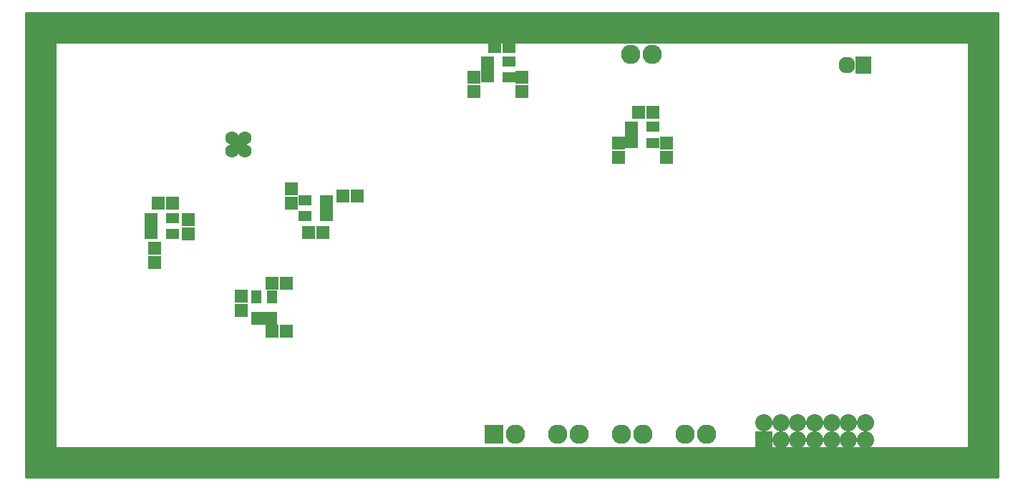
<source format=gbs>
G04 (created by PCBNEW-RS274X (2010-02-09)-RC2) date 30.03.2010 12:29:41*
G01*
G70*
G90*
%MOIN*%
G04 Gerber Fmt 3.4, Leading zero omitted, Abs format*
%FSLAX34Y34*%
G04 APERTURE LIST*
%ADD10C,0.005000*%
%ADD11C,0.007900*%
%ADD12R,0.063300X0.059300*%
%ADD13R,0.080000X0.080000*%
%ADD14C,0.080000*%
%ADD15O,0.080000X0.080000*%
%ADD16R,0.077100X0.079100*%
%ADD17C,0.077100*%
%ADD18C,0.063300*%
%ADD19C,0.090000*%
%ADD20R,0.090000X0.090000*%
%ADD21R,0.060000X0.045000*%
%ADD22R,0.045000X0.060000*%
%ADD23R,0.059300X0.063300*%
%ADD24C,0.010000*%
G04 APERTURE END LIST*
G54D10*
G54D11*
X34780Y-44115D02*
X34780Y-22460D01*
X80060Y-44115D02*
X34780Y-44115D01*
X80060Y-22460D02*
X80060Y-44115D01*
X34780Y-22460D02*
X80060Y-22460D01*
G54D12*
X46266Y-37315D03*
X46934Y-37315D03*
G54D13*
X69170Y-42372D03*
G54D14*
X69170Y-41585D03*
X69957Y-42372D03*
X69957Y-41585D03*
G54D15*
X70745Y-42372D03*
X70745Y-41585D03*
X71532Y-42372D03*
X71532Y-41585D03*
X72320Y-42372D03*
X72320Y-41585D03*
X73107Y-42372D03*
X73107Y-41585D03*
X73894Y-42372D03*
X73894Y-41585D03*
G54D16*
X73810Y-24915D03*
G54D17*
X73023Y-24915D03*
G54D18*
X45000Y-28900D03*
X44700Y-28600D03*
X44400Y-28300D03*
X44400Y-28900D03*
X45000Y-28300D03*
G54D19*
X60560Y-42125D03*
X59560Y-42125D03*
X63525Y-42125D03*
X62525Y-42125D03*
X66495Y-42125D03*
X65495Y-42125D03*
G54D20*
X56595Y-42125D03*
G54D19*
X57595Y-42125D03*
G54D21*
X63005Y-28540D03*
X63005Y-28166D03*
X63005Y-27792D03*
X64005Y-27792D03*
X64005Y-28540D03*
G54D22*
X46265Y-36695D03*
X45891Y-36695D03*
X45517Y-36695D03*
X45517Y-35695D03*
X46265Y-35695D03*
G54D21*
X48800Y-31200D03*
X48800Y-31574D03*
X48800Y-31948D03*
X47800Y-31948D03*
X47800Y-31200D03*
X40635Y-32780D03*
X40635Y-32406D03*
X40635Y-32032D03*
X41635Y-32032D03*
X41635Y-32780D03*
X56285Y-25485D03*
X56285Y-25111D03*
X56285Y-24737D03*
X57285Y-24737D03*
X57285Y-25485D03*
G54D19*
X62970Y-24415D03*
X63970Y-24415D03*
G54D23*
X44820Y-35691D03*
X44820Y-36359D03*
G54D12*
X46266Y-35075D03*
X46934Y-35075D03*
G54D23*
X40810Y-33446D03*
X40810Y-34114D03*
X42365Y-32784D03*
X42365Y-32116D03*
G54D12*
X41634Y-31335D03*
X40966Y-31335D03*
G54D23*
X47150Y-31334D03*
X47150Y-30666D03*
G54D12*
X47966Y-32700D03*
X48634Y-32700D03*
X49566Y-31000D03*
X50234Y-31000D03*
G54D23*
X55660Y-25481D03*
X55660Y-26149D03*
X57900Y-25486D03*
X57900Y-26154D03*
G54D12*
X57284Y-24040D03*
X56616Y-24040D03*
G54D23*
X62385Y-28541D03*
X62385Y-29209D03*
G54D12*
X64004Y-27095D03*
X63336Y-27095D03*
G54D23*
X64625Y-28541D03*
X64625Y-29209D03*
G54D10*
G36*
X80060Y-44115D02*
X80060Y-22460D01*
X34780Y-22460D01*
X34780Y-44115D01*
X36160Y-44115D01*
X36160Y-42735D01*
X36160Y-23840D01*
X78680Y-23840D01*
X78680Y-42735D01*
X36160Y-42735D01*
X36160Y-44115D01*
X80060Y-44115D01*
X80060Y-44115D01*
G37*
G54D24*
X80060Y-44115D02*
X80060Y-22460D01*
X34780Y-22460D01*
X34780Y-44115D01*
X36160Y-44115D01*
X36160Y-42735D01*
X36160Y-23840D01*
X78680Y-23840D01*
X78680Y-42735D01*
X36160Y-42735D01*
X36160Y-44115D01*
X80060Y-44115D01*
M02*

</source>
